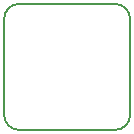
<source format=gm1>
G04 #@! TF.FileFunction,Profile,NP*
%FSLAX46Y46*%
G04 Gerber Fmt 4.6, Leading zero omitted, Abs format (unit mm)*
G04 Created by KiCad (PCBNEW 4.0.7) date 04/28/18 14:25:07*
%MOMM*%
%LPD*%
G01*
G04 APERTURE LIST*
%ADD10C,0.100000*%
%ADD11C,0.150000*%
G04 APERTURE END LIST*
D10*
D11*
X153416000Y-117094000D02*
X153416000Y-108966000D01*
X162814000Y-118364000D02*
X154686000Y-118364000D01*
X164084000Y-108966000D02*
X164084000Y-117094000D01*
X154686000Y-107696000D02*
X162877500Y-107696000D01*
X164084000Y-108966000D02*
G75*
G03X162814000Y-107696000I-1270000J0D01*
G01*
X154686000Y-107696000D02*
G75*
G03X153416000Y-108966000I0J-1270000D01*
G01*
X153416000Y-117094000D02*
G75*
G03X154686000Y-118364000I1270000J0D01*
G01*
X162814000Y-118364000D02*
G75*
G03X164084000Y-117094000I0J1270000D01*
G01*
M02*

</source>
